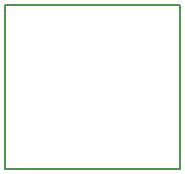
<source format=gm1>
G04 #@! TF.FileFunction,Profile,NP*
%FSLAX46Y46*%
G04 Gerber Fmt 4.6, Leading zero omitted, Abs format (unit mm)*
G04 Created by KiCad (PCBNEW 4.0.7-e2-6376~58~ubuntu16.04.1) date Thu Aug  2 19:24:01 2018*
%MOMM*%
%LPD*%
G01*
G04 APERTURE LIST*
%ADD10C,0.100000*%
%ADD11C,0.150000*%
G04 APERTURE END LIST*
D10*
D11*
X167200000Y-91200000D02*
X167200000Y-91250000D01*
X152425000Y-91200000D02*
X167200000Y-91200000D01*
X152425000Y-91250000D02*
X152425000Y-91200000D01*
X152425000Y-105075000D02*
X152425000Y-91250000D01*
X167200000Y-105075000D02*
X152425000Y-105075000D01*
X167200000Y-91250000D02*
X167200000Y-105075000D01*
M02*

</source>
